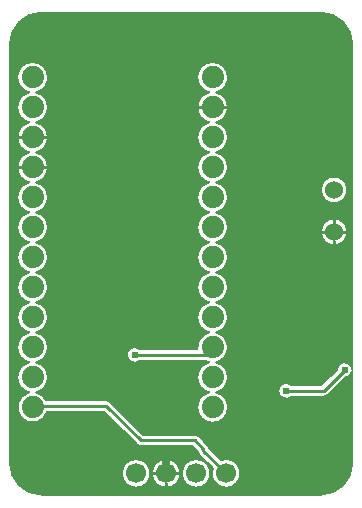
<source format=gbl>
G04 Layer: BottomLayer*
G04 EasyEDA Pro v2.2.45.4, 2025-12-29 16:20:18*
G04 Gerber Generator version 0.3*
G04 Scale: 100 percent, Rotated: No, Reflected: No*
G04 Dimensions in millimeters*
G04 Leading zeros omitted, absolute positions, 4 integers and 5 decimals*
G04 Generated by one-click*
%FSLAX45Y45*%
%MOMM*%
%ADD10C,0.2032*%
%ADD11C,0.254*%
%ADD12C,1.524*%
%ADD13C,1.7*%
%ADD14C,1.8796*%
%ADD15C,0.61*%
%ADD16C,0.6434*%
%ADD17C,0.635*%
G75*


G04 Copper Start*
G36*
G01X-73914Y-457200D02*
G01X-73914Y-3204748D01*
G01X-77163Y-3191039D01*
G01X-83235Y-3178325D01*
G01X-91856Y-3167181D01*
G01X-102637Y-3158110D01*
G01X-115090Y-3151521D01*
G01X-128655Y-3147712D01*
G01X-142718Y-3146855D01*
G01X-156645Y-3148987D01*
G01X-169806Y-3154014D01*
G01X-181609Y-3161708D01*
G01X-191521Y-3171721D01*
G01X-199093Y-3183603D01*
G01X-203984Y-3196816D01*
G01X-205973Y-3210764D01*
G01X-337595Y-3342386D01*
G01X-589790Y-3342386D01*
G01X-602161Y-3333288D01*
G01X-616294Y-3327279D01*
G01X-631429Y-3324682D01*
G01X-646756Y-3325636D01*
G01X-661453Y-3330090D01*
G01X-674731Y-3337806D01*
G01X-685878Y-3348368D01*
G01X-694297Y-3361211D01*
G01X-699536Y-3375647D01*
G01X-701314Y-3390900D01*
G01X-699536Y-3406153D01*
G01X-694297Y-3420589D01*
G01X-685878Y-3433432D01*
G01X-674731Y-3443994D01*
G01X-661453Y-3451710D01*
G01X-646756Y-3456164D01*
G01X-631429Y-3457118D01*
G01X-616294Y-3454521D01*
G01X-602161Y-3448512D01*
G01X-589790Y-3439414D01*
G01X-317500Y-3439414D01*
G01X-304944Y-3437761D01*
G01X-293243Y-3432914D01*
G01X-283195Y-3425205D01*
G01X-137364Y-3279373D01*
G01X-122004Y-3277010D01*
G01X-107617Y-3271137D01*
G01X-94991Y-3262076D01*
G01X-84821Y-3250327D01*
G01X-77664Y-3236533D01*
G01X-73914Y-3221452D01*
G01X-73914Y-4000500D01*
G01X-75875Y-4032923D01*
G01X-81730Y-4064873D01*
G01X-91394Y-4095884D01*
G01X-104725Y-4125504D01*
G01X-121529Y-4153301D01*
G01X-141561Y-4178871D01*
G01X-164529Y-4201839D01*
G01X-190099Y-4221871D01*
G01X-217896Y-4238675D01*
G01X-247516Y-4252006D01*
G01X-278527Y-4261670D01*
G01X-310477Y-4267525D01*
G01X-342900Y-4269486D01*
G01X-2705100Y-4269486D01*
G01X-2737523Y-4267525D01*
G01X-2769473Y-4261670D01*
G01X-2800484Y-4252006D01*
G01X-2830104Y-4238675D01*
G01X-2857901Y-4221871D01*
G01X-2883471Y-4201839D01*
G01X-2906439Y-4178871D01*
G01X-2926471Y-4153301D01*
G01X-2943275Y-4125504D01*
G01X-2956606Y-4095884D01*
G01X-2958627Y-4089400D01*
G01X-2025814Y-4089400D01*
G01X-2023978Y-4110379D01*
G01X-2018528Y-4130721D01*
G01X-2009628Y-4149807D01*
G01X-1997549Y-4167058D01*
G01X-1982658Y-4181949D01*
G01X-1965407Y-4194028D01*
G01X-1946321Y-4202928D01*
G01X-1925979Y-4208378D01*
G01X-1905000Y-4210214D01*
G01X-1884021Y-4208378D01*
G01X-1863679Y-4202928D01*
G01X-1844593Y-4194028D01*
G01X-1827342Y-4181949D01*
G01X-1812451Y-4167058D01*
G01X-1800372Y-4149807D01*
G01X-1791472Y-4130721D01*
G01X-1786022Y-4110379D01*
G01X-1784186Y-4089400D01*
G01X-1771814Y-4089400D01*
G01X-1769978Y-4110379D01*
G01X-1764528Y-4130721D01*
G01X-1755628Y-4149807D01*
G01X-1743549Y-4167058D01*
G01X-1728658Y-4181949D01*
G01X-1711407Y-4194028D01*
G01X-1692321Y-4202928D01*
G01X-1671979Y-4208378D01*
G01X-1651000Y-4210214D01*
G01X-1630021Y-4208378D01*
G01X-1609679Y-4202928D01*
G01X-1590593Y-4194028D01*
G01X-1573342Y-4181949D01*
G01X-1558451Y-4167058D01*
G01X-1546372Y-4149807D01*
G01X-1537472Y-4130721D01*
G01X-1532022Y-4110379D01*
G01X-1530186Y-4089400D01*
G01X-1517814Y-4089400D01*
G01X-1515978Y-4110379D01*
G01X-1510528Y-4130721D01*
G01X-1501628Y-4149807D01*
G01X-1489549Y-4167058D01*
G01X-1474658Y-4181949D01*
G01X-1457407Y-4194028D01*
G01X-1438321Y-4202928D01*
G01X-1417979Y-4208378D01*
G01X-1397000Y-4210214D01*
G01X-1376021Y-4208378D01*
G01X-1355679Y-4202928D01*
G01X-1336593Y-4194028D01*
G01X-1319342Y-4181949D01*
G01X-1304451Y-4167058D01*
G01X-1292372Y-4149807D01*
G01X-1283472Y-4130721D01*
G01X-1278022Y-4110379D01*
G01X-1276186Y-4089400D01*
G01X-1278022Y-4068421D01*
G01X-1283472Y-4048079D01*
G01X-1292372Y-4028993D01*
G01X-1304451Y-4011742D01*
G01X-1319342Y-3996851D01*
G01X-1336593Y-3984772D01*
G01X-1355679Y-3975872D01*
G01X-1376021Y-3970422D01*
G01X-1397000Y-3968586D01*
G01X-1417979Y-3970422D01*
G01X-1438321Y-3975872D01*
G01X-1457407Y-3984772D01*
G01X-1474658Y-3996851D01*
G01X-1489549Y-4011742D01*
G01X-1501628Y-4028993D01*
G01X-1510528Y-4048079D01*
G01X-1515978Y-4068421D01*
G01X-1517814Y-4089400D01*
G01X-1517814Y-4089400D01*
G01X-1530186Y-4089400D01*
G01X-1532022Y-4068421D01*
G01X-1537472Y-4048079D01*
G01X-1546372Y-4028993D01*
G01X-1558451Y-4011742D01*
G01X-1573342Y-3996851D01*
G01X-1590593Y-3984772D01*
G01X-1609679Y-3975872D01*
G01X-1630021Y-3970422D01*
G01X-1651000Y-3968586D01*
G01X-1671979Y-3970422D01*
G01X-1692321Y-3975872D01*
G01X-1711407Y-3984772D01*
G01X-1728658Y-3996851D01*
G01X-1743549Y-4011742D01*
G01X-1755628Y-4028993D01*
G01X-1764528Y-4048079D01*
G01X-1769978Y-4068421D01*
G01X-1771814Y-4089400D01*
G01X-1771814Y-4089400D01*
G01X-1784186Y-4089400D01*
G01X-1786022Y-4068421D01*
G01X-1791472Y-4048079D01*
G01X-1800372Y-4028993D01*
G01X-1812451Y-4011742D01*
G01X-1827342Y-3996851D01*
G01X-1844593Y-3984772D01*
G01X-1863679Y-3975872D01*
G01X-1884021Y-3970422D01*
G01X-1905000Y-3968586D01*
G01X-1925979Y-3970422D01*
G01X-1946321Y-3975872D01*
G01X-1965407Y-3984772D01*
G01X-1982658Y-3996851D01*
G01X-1997549Y-4011742D01*
G01X-2009628Y-4028993D01*
G01X-2018528Y-4048079D01*
G01X-2023978Y-4068421D01*
G01X-2025814Y-4089400D01*
G01X-2025814Y-4089400D01*
G01X-2958627Y-4089400D01*
G01X-2966270Y-4064873D01*
G01X-2972125Y-4032923D01*
G01X-2974086Y-4000500D01*
G01X-2974086Y-990600D01*
G01X-2911094Y-990600D01*
G01X-2909215Y-1012606D01*
G01X-2903632Y-1033974D01*
G01X-2894507Y-1054087D01*
G01X-2882105Y-1072361D01*
G01X-2866783Y-1088268D01*
G01X-2848987Y-1101348D01*
G01X-2829230Y-1111220D01*
G01X-2808086Y-1117600D01*
G01X-2829230Y-1123980D01*
G01X-2848987Y-1133852D01*
G01X-2866783Y-1146932D01*
G01X-2882105Y-1162839D01*
G01X-2894507Y-1181113D01*
G01X-2903632Y-1201226D01*
G01X-2909215Y-1222594D01*
G01X-2911094Y-1244600D01*
G01X-2909215Y-1266606D01*
G01X-2903632Y-1287974D01*
G01X-2894507Y-1308087D01*
G01X-2882105Y-1326361D01*
G01X-2866783Y-1342268D01*
G01X-2848987Y-1355348D01*
G01X-2829230Y-1365220D01*
G01X-2808086Y-1371600D01*
G01X-2829230Y-1377980D01*
G01X-2848987Y-1387852D01*
G01X-2866783Y-1400932D01*
G01X-2882105Y-1416839D01*
G01X-2894507Y-1435113D01*
G01X-2903632Y-1455226D01*
G01X-2909215Y-1476594D01*
G01X-2911094Y-1498600D01*
G01X-2909215Y-1520606D01*
G01X-2903632Y-1541974D01*
G01X-2894507Y-1562087D01*
G01X-2882105Y-1580361D01*
G01X-2866783Y-1596268D01*
G01X-2848987Y-1609348D01*
G01X-2829230Y-1619220D01*
G01X-2808086Y-1625600D01*
G01X-2829230Y-1631980D01*
G01X-2848987Y-1641852D01*
G01X-2866783Y-1654932D01*
G01X-2882105Y-1670839D01*
G01X-2894507Y-1689113D01*
G01X-2903632Y-1709226D01*
G01X-2909215Y-1730594D01*
G01X-2911094Y-1752600D01*
G01X-2909215Y-1774606D01*
G01X-2903632Y-1795974D01*
G01X-2894507Y-1816087D01*
G01X-2882105Y-1834361D01*
G01X-2866783Y-1850268D01*
G01X-2848987Y-1863348D01*
G01X-2829230Y-1873220D01*
G01X-2808086Y-1879600D01*
G01X-2829230Y-1885980D01*
G01X-2848987Y-1895852D01*
G01X-2866783Y-1908932D01*
G01X-2882105Y-1924839D01*
G01X-2894507Y-1943113D01*
G01X-2903632Y-1963226D01*
G01X-2909215Y-1984594D01*
G01X-2911094Y-2006600D01*
G01X-2909215Y-2028606D01*
G01X-2903632Y-2049974D01*
G01X-2894507Y-2070087D01*
G01X-2882105Y-2088361D01*
G01X-2866783Y-2104268D01*
G01X-2848987Y-2117348D01*
G01X-2829230Y-2127220D01*
G01X-2808086Y-2133600D01*
G01X-2829230Y-2139980D01*
G01X-2848987Y-2149852D01*
G01X-2866783Y-2162932D01*
G01X-2882105Y-2178839D01*
G01X-2894507Y-2197113D01*
G01X-2903632Y-2217226D01*
G01X-2909215Y-2238594D01*
G01X-2911094Y-2260600D01*
G01X-2909215Y-2282606D01*
G01X-2903632Y-2303974D01*
G01X-2894507Y-2324087D01*
G01X-2882105Y-2342361D01*
G01X-2866783Y-2358268D01*
G01X-2848987Y-2371348D01*
G01X-2829230Y-2381220D01*
G01X-2808086Y-2387600D01*
G01X-2829230Y-2393980D01*
G01X-2848987Y-2403852D01*
G01X-2866783Y-2416932D01*
G01X-2882105Y-2432839D01*
G01X-2894507Y-2451113D01*
G01X-2903632Y-2471226D01*
G01X-2909215Y-2492594D01*
G01X-2911094Y-2514600D01*
G01X-2909215Y-2536606D01*
G01X-2903632Y-2557974D01*
G01X-2894507Y-2578087D01*
G01X-2882105Y-2596361D01*
G01X-2866783Y-2612268D01*
G01X-2848987Y-2625348D01*
G01X-2829230Y-2635220D01*
G01X-2808086Y-2641600D01*
G01X-2829230Y-2647980D01*
G01X-2848987Y-2657852D01*
G01X-2866783Y-2670932D01*
G01X-2882105Y-2686839D01*
G01X-2894507Y-2705113D01*
G01X-2903632Y-2725226D01*
G01X-2909215Y-2746594D01*
G01X-2911094Y-2768600D01*
G01X-2909215Y-2790606D01*
G01X-2903632Y-2811974D01*
G01X-2894507Y-2832087D01*
G01X-2882105Y-2850361D01*
G01X-2866783Y-2866268D01*
G01X-2848987Y-2879348D01*
G01X-2829230Y-2889220D01*
G01X-2808086Y-2895600D01*
G01X-2829230Y-2901980D01*
G01X-2848987Y-2911852D01*
G01X-2866783Y-2924932D01*
G01X-2882105Y-2940839D01*
G01X-2894507Y-2959113D01*
G01X-2903632Y-2979226D01*
G01X-2909215Y-3000594D01*
G01X-2911094Y-3022600D01*
G01X-2909215Y-3044606D01*
G01X-2903632Y-3065974D01*
G01X-2894507Y-3086087D01*
G01X-2882105Y-3104361D01*
G01X-2866783Y-3120268D01*
G01X-2848987Y-3133348D01*
G01X-2829230Y-3143220D01*
G01X-2808086Y-3149600D01*
G01X-2829230Y-3155980D01*
G01X-2848987Y-3165852D01*
G01X-2866783Y-3178932D01*
G01X-2882105Y-3194839D01*
G01X-2894507Y-3213113D01*
G01X-2903632Y-3233226D01*
G01X-2909215Y-3254594D01*
G01X-2911094Y-3276600D01*
G01X-2909215Y-3298606D01*
G01X-2903632Y-3319974D01*
G01X-2894507Y-3340087D01*
G01X-2882105Y-3358361D01*
G01X-2866783Y-3374268D01*
G01X-2848987Y-3387348D01*
G01X-2829230Y-3397220D01*
G01X-2808086Y-3403600D01*
G01X-2829914Y-3410254D01*
G01X-2850239Y-3420628D01*
G01X-2868433Y-3434401D01*
G01X-2883934Y-3451147D01*
G01X-2896263Y-3470350D01*
G01X-2905038Y-3491415D01*
G01X-2909988Y-3513691D01*
G01X-2910960Y-3536490D01*
G01X-2907925Y-3559106D01*
G01X-2900976Y-3580842D01*
G01X-2890327Y-3601024D01*
G01X-2876308Y-3619030D01*
G01X-2859353Y-3634302D01*
G01X-2839985Y-3646369D01*
G01X-2818803Y-3654858D01*
G01X-2796462Y-3659505D01*
G01X-2773652Y-3660168D01*
G01X-2751079Y-3656827D01*
G01X-2729439Y-3649583D01*
G01X-2709403Y-3638662D01*
G01X-2691589Y-3624400D01*
G01X-2676548Y-3607239D01*
G01X-2664745Y-3587709D01*
G01X-2656545Y-3566414D01*
G01X-2179095Y-3566414D01*
G01X-1901205Y-3844305D01*
G01X-1891157Y-3852014D01*
G01X-1879456Y-3856861D01*
G01X-1866900Y-3858514D01*
G01X-1429795Y-3858514D01*
G01X-1384056Y-3904254D01*
G01X-1381392Y-3913872D01*
G01X-1376816Y-3922741D01*
G01X-1370522Y-3930487D01*
G01X-1255543Y-4045467D01*
G01X-1261633Y-4066549D01*
G01X-1263810Y-4088386D01*
G01X-1262000Y-4110256D01*
G01X-1256264Y-4131438D01*
G01X-1246792Y-4151233D01*
G01X-1233895Y-4168987D01*
G01X-1217999Y-4184116D01*
G01X-1199628Y-4196120D01*
G01X-1179389Y-4204603D01*
G01X-1157950Y-4209285D01*
G01X-1136017Y-4210012D01*
G01X-1114315Y-4206759D01*
G01X-1093559Y-4199634D01*
G01X-1074434Y-4188872D01*
G01X-1057572Y-4174828D01*
G01X-1043528Y-4157966D01*
G01X-1032766Y-4138841D01*
G01X-1025641Y-4118085D01*
G01X-1022388Y-4096383D01*
G01X-1023115Y-4074450D01*
G01X-1027797Y-4053011D01*
G01X-1036280Y-4032772D01*
G01X-1048284Y-4014401D01*
G01X-1063413Y-3998505D01*
G01X-1081167Y-3985608D01*
G01X-1100962Y-3976136D01*
G01X-1122144Y-3970400D01*
G01X-1144014Y-3968590D01*
G01X-1165851Y-3970767D01*
G01X-1186933Y-3976857D01*
G01X-1288380Y-3875411D01*
G01X-1291044Y-3865793D01*
G01X-1295619Y-3856923D01*
G01X-1301913Y-3849178D01*
G01X-1375395Y-3775695D01*
G01X-1385443Y-3767986D01*
G01X-1397144Y-3763139D01*
G01X-1409700Y-3761486D01*
G01X-1846805Y-3761486D01*
G01X-2124695Y-3483595D01*
G01X-2134743Y-3475886D01*
G01X-2146444Y-3471039D01*
G01X-2159000Y-3469386D01*
G01X-2666848Y-3469386D01*
G01X-2679202Y-3450459D01*
G01X-2694653Y-3433963D01*
G01X-2712731Y-3420397D01*
G01X-2732889Y-3410172D01*
G01X-2754514Y-3403600D01*
G01X-2733370Y-3397220D01*
G01X-2713613Y-3387348D01*
G01X-2695817Y-3374268D01*
G01X-2680495Y-3358361D01*
G01X-2668093Y-3340087D01*
G01X-2658968Y-3319974D01*
G01X-2653385Y-3298606D01*
G01X-2651506Y-3276600D01*
G01X-2653385Y-3254594D01*
G01X-2658968Y-3233226D01*
G01X-2668093Y-3213113D01*
G01X-2680495Y-3194839D01*
G01X-2695817Y-3178932D01*
G01X-2713613Y-3165852D01*
G01X-2733370Y-3155980D01*
G01X-2754514Y-3149600D01*
G01X-2733370Y-3143220D01*
G01X-2713613Y-3133348D01*
G01X-2695817Y-3120268D01*
G01X-2680495Y-3104361D01*
G01X-2668102Y-3086100D01*
G01X-1984014Y-3086100D01*
G01X-1982236Y-3101353D01*
G01X-1976997Y-3115789D01*
G01X-1968578Y-3128632D01*
G01X-1957431Y-3139194D01*
G01X-1944153Y-3146910D01*
G01X-1929456Y-3151364D01*
G01X-1914129Y-3152318D01*
G01X-1898994Y-3149721D01*
G01X-1884861Y-3143712D01*
G01X-1872490Y-3134614D01*
G01X-1322869Y-3134614D01*
G01X-1304082Y-3143670D01*
G01X-1284086Y-3149600D01*
G01X-1305230Y-3155980D01*
G01X-1324987Y-3165852D01*
G01X-1342783Y-3178932D01*
G01X-1358105Y-3194839D01*
G01X-1370507Y-3213113D01*
G01X-1379632Y-3233226D01*
G01X-1385215Y-3254594D01*
G01X-1387094Y-3276600D01*
G01X-1385215Y-3298606D01*
G01X-1379632Y-3319974D01*
G01X-1370507Y-3340087D01*
G01X-1358105Y-3358361D01*
G01X-1342783Y-3374268D01*
G01X-1324987Y-3387348D01*
G01X-1305230Y-3397220D01*
G01X-1284086Y-3403600D01*
G01X-1305496Y-3410086D01*
G01X-1325474Y-3420152D01*
G01X-1343428Y-3433499D01*
G01X-1358822Y-3449731D01*
G01X-1371201Y-3468366D01*
G01X-1380195Y-3488849D01*
G01X-1385539Y-3510572D01*
G01X-1387074Y-3532890D01*
G01X-1384753Y-3555141D01*
G01X-1378646Y-3576662D01*
G01X-1368934Y-3596815D01*
G01X-1355905Y-3615001D01*
G01X-1339948Y-3630679D01*
G01X-1321535Y-3643385D01*
G01X-1301214Y-3652740D01*
G01X-1279588Y-3658466D01*
G01X-1257300Y-3660394D01*
G01X-1235012Y-3658466D01*
G01X-1213386Y-3652740D01*
G01X-1193065Y-3643385D01*
G01X-1174652Y-3630679D01*
G01X-1158695Y-3615001D01*
G01X-1145666Y-3596815D01*
G01X-1135954Y-3576662D01*
G01X-1129847Y-3555141D01*
G01X-1127526Y-3532890D01*
G01X-1129061Y-3510572D01*
G01X-1134405Y-3488849D01*
G01X-1143399Y-3468366D01*
G01X-1155778Y-3449731D01*
G01X-1171172Y-3433499D01*
G01X-1189126Y-3420152D01*
G01X-1209104Y-3410086D01*
G01X-1230514Y-3403600D01*
G01X-1209370Y-3397220D01*
G01X-1189613Y-3387348D01*
G01X-1171817Y-3374268D01*
G01X-1156495Y-3358361D01*
G01X-1144093Y-3340087D01*
G01X-1134968Y-3319974D01*
G01X-1129385Y-3298606D01*
G01X-1127506Y-3276600D01*
G01X-1129385Y-3254594D01*
G01X-1134968Y-3233226D01*
G01X-1144093Y-3213113D01*
G01X-1156495Y-3194839D01*
G01X-1171817Y-3178932D01*
G01X-1189613Y-3165852D01*
G01X-1209370Y-3155980D01*
G01X-1230514Y-3149600D01*
G01X-1209370Y-3143220D01*
G01X-1189613Y-3133348D01*
G01X-1171817Y-3120268D01*
G01X-1156495Y-3104361D01*
G01X-1144093Y-3086087D01*
G01X-1134968Y-3065974D01*
G01X-1129385Y-3044606D01*
G01X-1127506Y-3022600D01*
G01X-1129385Y-3000594D01*
G01X-1134968Y-2979226D01*
G01X-1144093Y-2959113D01*
G01X-1156495Y-2940839D01*
G01X-1171817Y-2924932D01*
G01X-1189613Y-2911852D01*
G01X-1209370Y-2901980D01*
G01X-1230514Y-2895600D01*
G01X-1209370Y-2889220D01*
G01X-1189613Y-2879348D01*
G01X-1171817Y-2866268D01*
G01X-1156495Y-2850361D01*
G01X-1144093Y-2832087D01*
G01X-1134968Y-2811974D01*
G01X-1129385Y-2790606D01*
G01X-1127506Y-2768600D01*
G01X-1129385Y-2746594D01*
G01X-1134968Y-2725226D01*
G01X-1144093Y-2705113D01*
G01X-1156495Y-2686839D01*
G01X-1171817Y-2670932D01*
G01X-1189613Y-2657852D01*
G01X-1209370Y-2647980D01*
G01X-1230514Y-2641600D01*
G01X-1209370Y-2635220D01*
G01X-1189613Y-2625348D01*
G01X-1171817Y-2612268D01*
G01X-1156495Y-2596361D01*
G01X-1144093Y-2578087D01*
G01X-1134968Y-2557974D01*
G01X-1129385Y-2536606D01*
G01X-1127506Y-2514600D01*
G01X-1129385Y-2492594D01*
G01X-1134968Y-2471226D01*
G01X-1144093Y-2451113D01*
G01X-1156495Y-2432839D01*
G01X-1171817Y-2416932D01*
G01X-1189613Y-2403852D01*
G01X-1209370Y-2393980D01*
G01X-1230514Y-2387600D01*
G01X-1209370Y-2381220D01*
G01X-1189613Y-2371348D01*
G01X-1171817Y-2358268D01*
G01X-1156495Y-2342361D01*
G01X-1144093Y-2324087D01*
G01X-1134968Y-2303974D01*
G01X-1129385Y-2282606D01*
G01X-1127506Y-2260600D01*
G01X-1129385Y-2238594D01*
G01X-1134968Y-2217226D01*
G01X-1144093Y-2197113D01*
G01X-1156495Y-2178839D01*
G01X-1171817Y-2162932D01*
G01X-1189613Y-2149852D01*
G01X-1209370Y-2139980D01*
G01X-1230514Y-2133600D01*
G01X-1230514Y-2133600D01*
G01X-1209370Y-2127220D01*
G01X-1189613Y-2117348D01*
G01X-1171817Y-2104268D01*
G01X-1156495Y-2088361D01*
G01X-1144093Y-2070087D01*
G01X-1134968Y-2049974D01*
G01X-1133590Y-2044700D01*
G01X-340614Y-2044700D01*
G01X-338707Y-2065283D01*
G01X-333050Y-2085164D01*
G01X-323836Y-2103668D01*
G01X-311379Y-2120163D01*
G01X-296104Y-2134089D01*
G01X-278529Y-2144971D01*
G01X-259254Y-2152438D01*
G01X-238935Y-2156236D01*
G01X-218265Y-2156236D01*
G01X-197946Y-2152438D01*
G01X-178671Y-2144971D01*
G01X-161096Y-2134089D01*
G01X-145821Y-2120163D01*
G01X-133364Y-2103668D01*
G01X-124150Y-2085164D01*
G01X-118493Y-2065283D01*
G01X-116586Y-2044700D01*
G01X-118493Y-2024117D01*
G01X-124150Y-2004236D01*
G01X-133364Y-1985732D01*
G01X-145821Y-1969237D01*
G01X-161096Y-1955311D01*
G01X-178671Y-1944429D01*
G01X-197946Y-1936962D01*
G01X-218265Y-1933164D01*
G01X-238935Y-1933164D01*
G01X-259254Y-1936962D01*
G01X-278529Y-1944429D01*
G01X-296104Y-1955311D01*
G01X-311379Y-1969237D01*
G01X-323836Y-1985732D01*
G01X-333050Y-2004236D01*
G01X-338707Y-2024117D01*
G01X-340614Y-2044700D01*
G01X-340614Y-2044700D01*
G01X-1133590Y-2044700D01*
G01X-1129385Y-2028606D01*
G01X-1127506Y-2006600D01*
G01X-1129385Y-1984594D01*
G01X-1134968Y-1963226D01*
G01X-1144093Y-1943113D01*
G01X-1156495Y-1924839D01*
G01X-1171817Y-1908932D01*
G01X-1189613Y-1895852D01*
G01X-1209370Y-1885980D01*
G01X-1230514Y-1879600D01*
G01X-1209370Y-1873220D01*
G01X-1189613Y-1863348D01*
G01X-1171817Y-1850268D01*
G01X-1156495Y-1834361D01*
G01X-1144093Y-1816087D01*
G01X-1134968Y-1795974D01*
G01X-1129385Y-1774606D01*
G01X-1127506Y-1752600D01*
G01X-1129385Y-1730594D01*
G01X-1134968Y-1709226D01*
G01X-1144093Y-1689113D01*
G01X-1144102Y-1689100D01*
G01X-340614Y-1689100D01*
G01X-338707Y-1709683D01*
G01X-333050Y-1729564D01*
G01X-323836Y-1748068D01*
G01X-311379Y-1764563D01*
G01X-296104Y-1778489D01*
G01X-278529Y-1789371D01*
G01X-259254Y-1796838D01*
G01X-238935Y-1800636D01*
G01X-218265Y-1800636D01*
G01X-197946Y-1796838D01*
G01X-178671Y-1789371D01*
G01X-161096Y-1778489D01*
G01X-145821Y-1764563D01*
G01X-133364Y-1748068D01*
G01X-124150Y-1729564D01*
G01X-118493Y-1709683D01*
G01X-116586Y-1689100D01*
G01X-118493Y-1668517D01*
G01X-124150Y-1648636D01*
G01X-133364Y-1630132D01*
G01X-145821Y-1613637D01*
G01X-161096Y-1599711D01*
G01X-178671Y-1588829D01*
G01X-197946Y-1581362D01*
G01X-218265Y-1577564D01*
G01X-238935Y-1577564D01*
G01X-259254Y-1581362D01*
G01X-278529Y-1588829D01*
G01X-296104Y-1599711D01*
G01X-311379Y-1613637D01*
G01X-323836Y-1630132D01*
G01X-333050Y-1648636D01*
G01X-338707Y-1668517D01*
G01X-340614Y-1689100D01*
G01X-340614Y-1689100D01*
G01X-1144102Y-1689100D01*
G01X-1156495Y-1670839D01*
G01X-1171817Y-1654932D01*
G01X-1189613Y-1641852D01*
G01X-1209370Y-1631980D01*
G01X-1230514Y-1625600D01*
G01X-1209370Y-1619220D01*
G01X-1189613Y-1609348D01*
G01X-1171817Y-1596268D01*
G01X-1156495Y-1580361D01*
G01X-1144093Y-1562087D01*
G01X-1134968Y-1541974D01*
G01X-1129385Y-1520606D01*
G01X-1127506Y-1498600D01*
G01X-1129385Y-1476594D01*
G01X-1134968Y-1455226D01*
G01X-1144093Y-1435113D01*
G01X-1156495Y-1416839D01*
G01X-1171817Y-1400932D01*
G01X-1189613Y-1387852D01*
G01X-1209370Y-1377980D01*
G01X-1230514Y-1371600D01*
G01X-1209370Y-1365220D01*
G01X-1189613Y-1355348D01*
G01X-1171817Y-1342268D01*
G01X-1156495Y-1326361D01*
G01X-1144093Y-1308087D01*
G01X-1134968Y-1287974D01*
G01X-1129385Y-1266606D01*
G01X-1127506Y-1244600D01*
G01X-1129385Y-1222594D01*
G01X-1134968Y-1201226D01*
G01X-1144093Y-1181113D01*
G01X-1156495Y-1162839D01*
G01X-1171817Y-1146932D01*
G01X-1189613Y-1133852D01*
G01X-1209370Y-1123980D01*
G01X-1230514Y-1117600D01*
G01X-1209370Y-1111220D01*
G01X-1189613Y-1101348D01*
G01X-1171817Y-1088268D01*
G01X-1156495Y-1072361D01*
G01X-1144093Y-1054087D01*
G01X-1134968Y-1033974D01*
G01X-1129385Y-1012606D01*
G01X-1127506Y-990600D01*
G01X-1129385Y-968594D01*
G01X-1134968Y-947226D01*
G01X-1144093Y-927113D01*
G01X-1156495Y-908839D01*
G01X-1171817Y-892932D01*
G01X-1189613Y-879852D01*
G01X-1209370Y-869980D01*
G01X-1230514Y-863600D01*
G01X-1209104Y-857114D01*
G01X-1189126Y-847048D01*
G01X-1171172Y-833701D01*
G01X-1155778Y-817469D01*
G01X-1143399Y-798834D01*
G01X-1134405Y-778351D01*
G01X-1129061Y-756628D01*
G01X-1127526Y-734310D01*
G01X-1129847Y-712059D01*
G01X-1135954Y-690538D01*
G01X-1145666Y-670385D01*
G01X-1158695Y-652199D01*
G01X-1174652Y-636521D01*
G01X-1193065Y-623815D01*
G01X-1213386Y-614460D01*
G01X-1235012Y-608734D01*
G01X-1257300Y-606806D01*
G01X-1279588Y-608734D01*
G01X-1301214Y-614460D01*
G01X-1321535Y-623815D01*
G01X-1339948Y-636521D01*
G01X-1355905Y-652199D01*
G01X-1368934Y-670385D01*
G01X-1378646Y-690538D01*
G01X-1384753Y-712059D01*
G01X-1387074Y-734310D01*
G01X-1385539Y-756628D01*
G01X-1380195Y-778351D01*
G01X-1371201Y-798834D01*
G01X-1358822Y-817469D01*
G01X-1343428Y-833701D01*
G01X-1325474Y-847048D01*
G01X-1305496Y-857114D01*
G01X-1284086Y-863600D01*
G01X-1305230Y-869980D01*
G01X-1324987Y-879852D01*
G01X-1342783Y-892932D01*
G01X-1358105Y-908839D01*
G01X-1370507Y-927113D01*
G01X-1379632Y-947226D01*
G01X-1385215Y-968594D01*
G01X-1387094Y-990600D01*
G01X-1385215Y-1012606D01*
G01X-1379632Y-1033974D01*
G01X-1370507Y-1054087D01*
G01X-1358105Y-1072361D01*
G01X-1342783Y-1088268D01*
G01X-1324987Y-1101348D01*
G01X-1305230Y-1111220D01*
G01X-1284086Y-1117600D01*
G01X-1305230Y-1123980D01*
G01X-1324987Y-1133852D01*
G01X-1342783Y-1146932D01*
G01X-1358105Y-1162839D01*
G01X-1370507Y-1181113D01*
G01X-1379632Y-1201226D01*
G01X-1385215Y-1222594D01*
G01X-1387094Y-1244600D01*
G01X-1385215Y-1266606D01*
G01X-1379632Y-1287974D01*
G01X-1370507Y-1308087D01*
G01X-1358105Y-1326361D01*
G01X-1342783Y-1342268D01*
G01X-1324987Y-1355348D01*
G01X-1305230Y-1365220D01*
G01X-1284086Y-1371600D01*
G01X-1305230Y-1377980D01*
G01X-1324987Y-1387852D01*
G01X-1342783Y-1400932D01*
G01X-1358105Y-1416839D01*
G01X-1370507Y-1435113D01*
G01X-1379632Y-1455226D01*
G01X-1385215Y-1476594D01*
G01X-1387094Y-1498600D01*
G01X-1385215Y-1520606D01*
G01X-1379632Y-1541974D01*
G01X-1370507Y-1562087D01*
G01X-1358105Y-1580361D01*
G01X-1342783Y-1596268D01*
G01X-1324987Y-1609348D01*
G01X-1305230Y-1619220D01*
G01X-1284086Y-1625600D01*
G01X-1305230Y-1631980D01*
G01X-1324987Y-1641852D01*
G01X-1342783Y-1654932D01*
G01X-1358105Y-1670839D01*
G01X-1370507Y-1689113D01*
G01X-1379632Y-1709226D01*
G01X-1385215Y-1730594D01*
G01X-1387094Y-1752600D01*
G01X-1385215Y-1774606D01*
G01X-1379632Y-1795974D01*
G01X-1370507Y-1816087D01*
G01X-1358105Y-1834361D01*
G01X-1342783Y-1850268D01*
G01X-1324987Y-1863348D01*
G01X-1305230Y-1873220D01*
G01X-1284086Y-1879600D01*
G01X-1305230Y-1885980D01*
G01X-1324987Y-1895852D01*
G01X-1342783Y-1908932D01*
G01X-1358105Y-1924839D01*
G01X-1370507Y-1943113D01*
G01X-1379632Y-1963226D01*
G01X-1385215Y-1984594D01*
G01X-1387094Y-2006600D01*
G01X-1385215Y-2028606D01*
G01X-1379632Y-2049974D01*
G01X-1370507Y-2070087D01*
G01X-1358105Y-2088361D01*
G01X-1342783Y-2104268D01*
G01X-1324987Y-2117348D01*
G01X-1305230Y-2127220D01*
G01X-1284086Y-2133600D01*
G01X-1305230Y-2139980D01*
G01X-1324987Y-2149852D01*
G01X-1342783Y-2162932D01*
G01X-1358105Y-2178839D01*
G01X-1370507Y-2197113D01*
G01X-1379632Y-2217226D01*
G01X-1385215Y-2238594D01*
G01X-1387094Y-2260600D01*
G01X-1385215Y-2282606D01*
G01X-1379632Y-2303974D01*
G01X-1370507Y-2324087D01*
G01X-1358105Y-2342361D01*
G01X-1342783Y-2358268D01*
G01X-1324987Y-2371348D01*
G01X-1305230Y-2381220D01*
G01X-1284086Y-2387600D01*
G01X-1305230Y-2393980D01*
G01X-1324987Y-2403852D01*
G01X-1342783Y-2416932D01*
G01X-1358105Y-2432839D01*
G01X-1370507Y-2451113D01*
G01X-1379632Y-2471226D01*
G01X-1385215Y-2492594D01*
G01X-1387094Y-2514600D01*
G01X-1385215Y-2536606D01*
G01X-1379632Y-2557974D01*
G01X-1370507Y-2578087D01*
G01X-1358105Y-2596361D01*
G01X-1342783Y-2612268D01*
G01X-1324987Y-2625348D01*
G01X-1305230Y-2635220D01*
G01X-1284086Y-2641600D01*
G01X-1305230Y-2647980D01*
G01X-1324987Y-2657852D01*
G01X-1342783Y-2670932D01*
G01X-1358105Y-2686839D01*
G01X-1370507Y-2705113D01*
G01X-1379632Y-2725226D01*
G01X-1385215Y-2746594D01*
G01X-1387094Y-2768600D01*
G01X-1385215Y-2790606D01*
G01X-1379632Y-2811974D01*
G01X-1370507Y-2832087D01*
G01X-1358105Y-2850361D01*
G01X-1342783Y-2866268D01*
G01X-1324987Y-2879348D01*
G01X-1305230Y-2889220D01*
G01X-1284086Y-2895600D01*
G01X-1304497Y-2901691D01*
G01X-1323637Y-2911039D01*
G01X-1340990Y-2923391D01*
G01X-1356089Y-2938415D01*
G01X-1368528Y-2955706D01*
G01X-1377971Y-2974799D01*
G01X-1384164Y-2995179D01*
G01X-1386941Y-3016298D01*
G01X-1386226Y-3037586D01*
G01X-1872490Y-3037586D01*
G01X-1884861Y-3028488D01*
G01X-1898994Y-3022479D01*
G01X-1914129Y-3019882D01*
G01X-1929456Y-3020836D01*
G01X-1944153Y-3025290D01*
G01X-1957431Y-3033006D01*
G01X-1968578Y-3043568D01*
G01X-1976997Y-3056411D01*
G01X-1982236Y-3070847D01*
G01X-1984014Y-3086100D01*
G01X-2668102Y-3086100D01*
G01X-2668093Y-3086087D01*
G01X-2658968Y-3065974D01*
G01X-2653385Y-3044606D01*
G01X-2651506Y-3022600D01*
G01X-2653385Y-3000594D01*
G01X-2658968Y-2979226D01*
G01X-2668093Y-2959113D01*
G01X-2680495Y-2940839D01*
G01X-2695817Y-2924932D01*
G01X-2713613Y-2911852D01*
G01X-2733370Y-2901980D01*
G01X-2754514Y-2895600D01*
G01X-2733370Y-2889220D01*
G01X-2713613Y-2879348D01*
G01X-2695817Y-2866268D01*
G01X-2680495Y-2850361D01*
G01X-2668093Y-2832087D01*
G01X-2658968Y-2811974D01*
G01X-2653385Y-2790606D01*
G01X-2651506Y-2768600D01*
G01X-2653385Y-2746594D01*
G01X-2658968Y-2725226D01*
G01X-2668093Y-2705113D01*
G01X-2680495Y-2686839D01*
G01X-2695817Y-2670932D01*
G01X-2713613Y-2657852D01*
G01X-2733370Y-2647980D01*
G01X-2754514Y-2641600D01*
G01X-2733370Y-2635220D01*
G01X-2713613Y-2625348D01*
G01X-2695817Y-2612268D01*
G01X-2680495Y-2596361D01*
G01X-2668093Y-2578087D01*
G01X-2658968Y-2557974D01*
G01X-2653385Y-2536606D01*
G01X-2651506Y-2514600D01*
G01X-2653385Y-2492594D01*
G01X-2658968Y-2471226D01*
G01X-2668093Y-2451113D01*
G01X-2680495Y-2432839D01*
G01X-2695817Y-2416932D01*
G01X-2713613Y-2403852D01*
G01X-2733370Y-2393980D01*
G01X-2754514Y-2387600D01*
G01X-2733370Y-2381220D01*
G01X-2713613Y-2371348D01*
G01X-2695817Y-2358268D01*
G01X-2680495Y-2342361D01*
G01X-2668093Y-2324087D01*
G01X-2658968Y-2303974D01*
G01X-2653385Y-2282606D01*
G01X-2651506Y-2260600D01*
G01X-2653385Y-2238594D01*
G01X-2658968Y-2217226D01*
G01X-2668093Y-2197113D01*
G01X-2680495Y-2178839D01*
G01X-2695817Y-2162932D01*
G01X-2713613Y-2149852D01*
G01X-2733370Y-2139980D01*
G01X-2754514Y-2133600D01*
G01X-2754514Y-2133600D01*
G01X-2733370Y-2127220D01*
G01X-2713613Y-2117348D01*
G01X-2695817Y-2104268D01*
G01X-2680495Y-2088361D01*
G01X-2668093Y-2070087D01*
G01X-2658968Y-2049974D01*
G01X-2653385Y-2028606D01*
G01X-2651506Y-2006600D01*
G01X-2653385Y-1984594D01*
G01X-2658968Y-1963226D01*
G01X-2668093Y-1943113D01*
G01X-2680495Y-1924839D01*
G01X-2695817Y-1908932D01*
G01X-2713613Y-1895852D01*
G01X-2733370Y-1885980D01*
G01X-2754514Y-1879600D01*
G01X-2733370Y-1873220D01*
G01X-2713613Y-1863348D01*
G01X-2695817Y-1850268D01*
G01X-2680495Y-1834361D01*
G01X-2668093Y-1816087D01*
G01X-2658968Y-1795974D01*
G01X-2653385Y-1774606D01*
G01X-2651506Y-1752600D01*
G01X-2653385Y-1730594D01*
G01X-2658968Y-1709226D01*
G01X-2668093Y-1689113D01*
G01X-2680495Y-1670839D01*
G01X-2695817Y-1654932D01*
G01X-2713613Y-1641852D01*
G01X-2733370Y-1631980D01*
G01X-2754514Y-1625600D01*
G01X-2733370Y-1619220D01*
G01X-2713613Y-1609348D01*
G01X-2695817Y-1596268D01*
G01X-2680495Y-1580361D01*
G01X-2668093Y-1562087D01*
G01X-2658968Y-1541974D01*
G01X-2653385Y-1520606D01*
G01X-2651506Y-1498600D01*
G01X-2653385Y-1476594D01*
G01X-2658968Y-1455226D01*
G01X-2668093Y-1435113D01*
G01X-2680495Y-1416839D01*
G01X-2695817Y-1400932D01*
G01X-2713613Y-1387852D01*
G01X-2733370Y-1377980D01*
G01X-2754514Y-1371600D01*
G01X-2733370Y-1365220D01*
G01X-2713613Y-1355348D01*
G01X-2695817Y-1342268D01*
G01X-2680495Y-1326361D01*
G01X-2668093Y-1308087D01*
G01X-2658968Y-1287974D01*
G01X-2653385Y-1266606D01*
G01X-2651506Y-1244600D01*
G01X-2653385Y-1222594D01*
G01X-2658968Y-1201226D01*
G01X-2668093Y-1181113D01*
G01X-2680495Y-1162839D01*
G01X-2695817Y-1146932D01*
G01X-2713613Y-1133852D01*
G01X-2733370Y-1123980D01*
G01X-2754514Y-1117600D01*
G01X-2733370Y-1111220D01*
G01X-2713613Y-1101348D01*
G01X-2695817Y-1088268D01*
G01X-2680495Y-1072361D01*
G01X-2668093Y-1054087D01*
G01X-2658968Y-1033974D01*
G01X-2653385Y-1012606D01*
G01X-2651506Y-990600D01*
G01X-2653385Y-968594D01*
G01X-2658968Y-947226D01*
G01X-2668093Y-927113D01*
G01X-2680495Y-908839D01*
G01X-2695817Y-892932D01*
G01X-2713613Y-879852D01*
G01X-2733370Y-869980D01*
G01X-2754514Y-863600D01*
G01X-2733104Y-857114D01*
G01X-2713126Y-847048D01*
G01X-2695172Y-833701D01*
G01X-2679778Y-817469D01*
G01X-2667399Y-798834D01*
G01X-2658405Y-778351D01*
G01X-2653061Y-756628D01*
G01X-2651526Y-734310D01*
G01X-2653847Y-712059D01*
G01X-2659954Y-690538D01*
G01X-2669666Y-670385D01*
G01X-2682695Y-652199D01*
G01X-2698652Y-636521D01*
G01X-2717065Y-623815D01*
G01X-2737386Y-614460D01*
G01X-2759012Y-608734D01*
G01X-2781300Y-606806D01*
G01X-2803588Y-608734D01*
G01X-2825214Y-614460D01*
G01X-2845535Y-623815D01*
G01X-2863948Y-636521D01*
G01X-2879905Y-652199D01*
G01X-2892934Y-670385D01*
G01X-2902646Y-690538D01*
G01X-2908753Y-712059D01*
G01X-2911074Y-734310D01*
G01X-2909539Y-756628D01*
G01X-2904195Y-778351D01*
G01X-2895201Y-798834D01*
G01X-2882822Y-817469D01*
G01X-2867428Y-833701D01*
G01X-2849474Y-847048D01*
G01X-2829496Y-857114D01*
G01X-2808086Y-863600D01*
G01X-2829230Y-869980D01*
G01X-2848987Y-879852D01*
G01X-2866783Y-892932D01*
G01X-2882105Y-908839D01*
G01X-2894507Y-927113D01*
G01X-2903632Y-947226D01*
G01X-2909215Y-968594D01*
G01X-2911094Y-990600D01*
G01X-2974086Y-990600D01*
G01X-2974086Y-457200D01*
G01X-2972125Y-424777D01*
G01X-2966270Y-392827D01*
G01X-2956606Y-361816D01*
G01X-2943275Y-332196D01*
G01X-2926471Y-304399D01*
G01X-2906439Y-278829D01*
G01X-2883471Y-255861D01*
G01X-2857901Y-235829D01*
G01X-2830104Y-219025D01*
G01X-2800484Y-205694D01*
G01X-2769473Y-196030D01*
G01X-2737523Y-190175D01*
G01X-2705100Y-188214D01*
G01X-342900Y-188214D01*
G01X-310477Y-190175D01*
G01X-278527Y-196030D01*
G01X-247516Y-205694D01*
G01X-217896Y-219025D01*
G01X-190099Y-235829D01*
G01X-164529Y-255861D01*
G01X-141561Y-278829D01*
G01X-121529Y-304399D01*
G01X-104725Y-332196D01*
G01X-91394Y-361816D01*
G01X-81730Y-392827D01*
G01X-75875Y-424777D01*
G01X-73914Y-457200D01*
G37*
G54D10*
G01X-73914Y-457200D02*
G01X-73914Y-3204748D01*
G03X-142718Y-3146855I-65786J-8352D01*
G03X-205973Y-3210764I3018J-66245D01*
G01X-337595Y-3342386D01*
G01X-589790Y-3342386D01*
G03X-701314Y-3390900I-45210J-48514D01*
G03X-589790Y-3439414I66314J0D01*
G01X-317500Y-3439414D01*
G03X-283195Y-3425205I0J48514D01*
G01X-137364Y-3279373D01*
G03X-73914Y-3221452I-2336J66273D01*
G01X-73914Y-4000500D01*
G02X-342900Y-4269486I-268986J0D01*
G01X-2705100Y-4269486D01*
G02X-2974086Y-4000500I0J268986D01*
G01X-2974086Y-457200D01*
G02X-2705100Y-188214I268986J0D01*
G01X-342900Y-188214D01*
G02X-73914Y-457200I0J-268986D01*
G01X-2754514Y-2133600D02*
G03X-2754514Y-1879600I-26786J127000D01*
G03X-2754514Y-1625600I-26786J127000D01*
G03X-2754514Y-1371600I-26786J127000D01*
G03X-2754514Y-1117600I-26786J127000D01*
G03X-2754514Y-863600I-26786J127000D01*
G03X-2781300Y-606806I-26786J127000D01*
G03X-2808086Y-863600I0J-129794D01*
G03X-2808086Y-1117600I26786J-127000D01*
G03X-2808086Y-1371600I26786J-127000D01*
G03X-2808086Y-1625600I26786J-127000D01*
G03X-2808086Y-1879600I26786J-127000D01*
G03X-2808086Y-2133600I26786J-127000D01*
G03X-2808086Y-2387600I26786J-127000D01*
G03X-2808086Y-2641600I26786J-127000D01*
G03X-2808086Y-2895600I26786J-127000D01*
G03X-2808086Y-3149600I26786J-127000D01*
G03X-2808086Y-3403600I26786J-127000D01*
G03X-2876308Y-3619030I26786J-127000D01*
G03X-2656545Y-3566414I95008J88430D01*
G01X-2179095Y-3566414D01*
G01X-1901205Y-3844305D01*
G03X-1866900Y-3858514I34305J34305D01*
G01X-1429795Y-3858514D01*
G01X-1384056Y-3904254D01*
G03X-1370522Y-3930487I47838J8071D01*
G01X-1255543Y-4045467D01*
G03X-1057572Y-4174828I112543J-43933D01*
G03X-1186933Y-3976857I-85428J85428D01*
G01X-1288380Y-3875411D01*
G03X-1301913Y-3849178I-47838J-8071D01*
G01X-1375395Y-3775695D01*
G03X-1409700Y-3761486I-34305J-34305D01*
G01X-1846805Y-3761486D01*
G01X-2124695Y-3483595D01*
G03X-2159000Y-3469386I-34305J-34305D01*
G01X-2666848Y-3469386D01*
G03X-2754514Y-3403600I-114452J-61214D01*
G03X-2754514Y-3149600I-26786J127000D01*
G03X-2754514Y-2895600I-26786J127000D01*
G03X-2754514Y-2641600I-26786J127000D01*
G03X-2754514Y-2387600I-26786J127000D01*
G03X-2754514Y-2133600I-26786J127000D01*
G01X-2025814Y-4089400D02*
G03X-1784186Y-4089400I120814J0D01*
G03X-2025814Y-4089400I-120814J0D01*
G01X-1230514Y-2133600D02*
G03X-1230514Y-1879600I-26786J127000D01*
G03X-1230514Y-1625600I-26786J127000D01*
G03X-1230514Y-1371600I-26786J127000D01*
G03X-1230514Y-1117600I-26786J127000D01*
G03X-1230514Y-863600I-26786J127000D01*
G03X-1257300Y-606806I-26786J127000D01*
G03X-1284086Y-863600I0J-129794D01*
G03X-1284086Y-1117600I26786J-127000D01*
G03X-1284086Y-1371600I26786J-127000D01*
G03X-1284086Y-1625600I26786J-127000D01*
G03X-1284086Y-1879600I26786J-127000D01*
G03X-1284086Y-2133600I26786J-127000D01*
G03X-1284086Y-2387600I26786J-127000D01*
G03X-1284086Y-2641600I26786J-127000D01*
G03X-1284086Y-2895600I26786J-127000D01*
G03X-1386226Y-3037586I26786J-127000D01*
G01X-1872490Y-3037586D01*
G03X-1984014Y-3086100I-45210J-48514D01*
G03X-1872490Y-3134614I66314J0D01*
G01X-1322869Y-3134614D01*
G03X-1284086Y-3149600I65569J112014D01*
G03X-1284086Y-3403600I26786J-127000D01*
G03X-1257300Y-3660394I26786J-127000D01*
G03X-1230514Y-3403600I0J129794D01*
G03X-1230514Y-3149600I-26786J127000D01*
G03X-1127506Y-3022600I-26786J127000D01*
G03X-1230514Y-2895600I-129794J0D01*
G03X-1230514Y-2641600I-26786J127000D01*
G03X-1230514Y-2387600I-26786J127000D01*
G03X-1230514Y-2133600I-26786J127000D01*
G01X-1771814Y-4089400D02*
G03X-1530186Y-4089400I120814J0D01*
G03X-1771814Y-4089400I-120814J0D01*
G01X-1517814Y-4089400D02*
G03X-1276186Y-4089400I120814J0D01*
G03X-1517814Y-4089400I-120814J0D01*
G01X-340614Y-2044700D02*
G03X-116586Y-2044700I112014J0D01*
G03X-340614Y-2044700I-112014J0D01*
G01X-340614Y-1689100D02*
G03X-116586Y-1689100I112014J0D01*
G03X-340614Y-1689100I-112014J0D01*
G54D11*
G01X-2875026Y-1244600D02*
G01X-2900934Y-1244600D01*
G01X-2687574Y-1244600D02*
G01X-2661666Y-1244600D01*
G01X-2875026Y-1498600D02*
G01X-2900934Y-1498600D01*
G01X-2687574Y-1498600D02*
G01X-2661666Y-1498600D01*
G01X-1735746Y-4089400D02*
G01X-1761654Y-4089400D01*
G01X-1566254Y-4089400D02*
G01X-1540346Y-4089400D01*
G01X-1651000Y-4004654D02*
G01X-1651000Y-3978746D01*
G01X-1651000Y-4174146D02*
G01X-1651000Y-4200054D01*
G01X-1351026Y-990600D02*
G01X-1376934Y-990600D01*
G01X-1163574Y-990600D02*
G01X-1137666Y-990600D01*
G01X-304546Y-2044700D02*
G01X-330454Y-2044700D01*
G01X-152654Y-2044700D02*
G01X-126746Y-2044700D01*
G01X-228600Y-1968754D02*
G01X-228600Y-1942846D01*
G01X-228600Y-2120646D02*
G01X-228600Y-2146554D01*
G04 Copper End*

G04 Pad Start*
G54D12*
G01X-228600Y-1689100D03*
G01X-228600Y-2044700D03*
G54D13*
G01X-1905000Y-4089400D03*
G01X-1651000Y-4089400D03*
G01X-1397000Y-4089400D03*
G01X-1143000Y-4089400D03*
G54D14*
G01X-2781300Y-736600D03*
G01X-2781300Y-990600D03*
G01X-2781300Y-1244600D03*
G01X-2781300Y-1498600D03*
G01X-2781300Y-1752600D03*
G01X-2781300Y-2006600D03*
G01X-2781300Y-2260600D03*
G01X-2781300Y-2514600D03*
G01X-2781300Y-2768600D03*
G01X-2781300Y-3022600D03*
G01X-2781300Y-3276600D03*
G01X-2781300Y-3530600D03*
G01X-1257300Y-3530600D03*
G01X-1257300Y-3276600D03*
G01X-1257300Y-3022600D03*
G01X-1257300Y-2768600D03*
G01X-1257300Y-2514600D03*
G01X-1257300Y-2260600D03*
G01X-1257300Y-2006600D03*
G01X-1257300Y-1752600D03*
G01X-1257300Y-1498600D03*
G01X-1257300Y-1244600D03*
G01X-1257300Y-990600D03*
G01X-1257300Y-736600D03*
G04 Pad End*

G04 Via Start*
G54D15*
G01X-1917700Y-3086100D03*
G01X-635000Y-3390900D03*
G01X-139700Y-3213100D03*
G01X-987116Y-990600D03*
G04 Via End*

G04 Track Start*
G54D11*
G01X-1917700Y-3086100D02*
G01X-1320800Y-3086100D01*
G01X-1257300Y-3022600D01*
G01X-635000Y-3390900D02*
G01X-317500Y-3390900D01*
G01X-139700Y-3213100D01*
G01X-1409700Y-3810000D02*
G01X-1866900Y-3810000D01*
G01X-2159000Y-3517900D01*
G01X-2768600Y-3517900D01*
G01X-2781300Y-3530600D01*
G01X-1336218Y-3883482D02*
G01X-1409700Y-3810000D01*
G01X-1143000Y-4089400D02*
G01X-1336218Y-3896182D01*
G01X-1336218Y-3883482D01*
G54D17*
G01X-1651000Y-3937000D02*
G01X-1651000Y-4089400D01*
G04 Track End*

M02*


</source>
